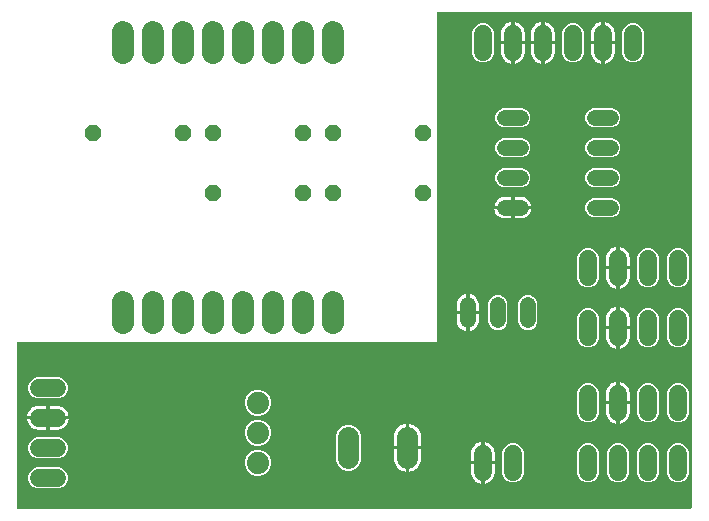
<source format=gbr>
G04 EAGLE Gerber X2 export*
%TF.Part,Single*%
%TF.FileFunction,Copper,L2,Bot,Mixed*%
%TF.FilePolarity,Positive*%
%TF.GenerationSoftware,Autodesk,EAGLE,9.1.0*%
%TF.CreationDate,2018-07-07T09:38:12Z*%
G75*
%MOMM*%
%FSLAX34Y34*%
%LPD*%
%AMOC8*
5,1,8,0,0,1.08239X$1,22.5*%
G01*
%ADD10C,1.524000*%
%ADD11C,1.790700*%
%ADD12C,1.828800*%
%ADD13P,1.429621X8X202.500000*%
%ADD14C,1.879600*%
%ADD15C,1.320800*%
%ADD16P,1.429621X8X22.500000*%

G36*
X582698Y11942D02*
X582698Y11942D01*
X582717Y11940D01*
X582819Y11962D01*
X582921Y11978D01*
X582938Y11988D01*
X582958Y11992D01*
X583047Y12045D01*
X583138Y12094D01*
X583152Y12108D01*
X583169Y12118D01*
X583236Y12197D01*
X583308Y12272D01*
X583316Y12290D01*
X583329Y12305D01*
X583368Y12401D01*
X583411Y12495D01*
X583413Y12515D01*
X583421Y12533D01*
X583439Y12700D01*
X583439Y431800D01*
X583436Y431820D01*
X583438Y431839D01*
X583416Y431941D01*
X583400Y432043D01*
X583390Y432060D01*
X583386Y432080D01*
X583333Y432169D01*
X583284Y432260D01*
X583270Y432274D01*
X583260Y432291D01*
X583181Y432358D01*
X583106Y432430D01*
X583088Y432438D01*
X583073Y432451D01*
X582977Y432490D01*
X582883Y432533D01*
X582863Y432535D01*
X582845Y432543D01*
X582678Y432561D01*
X368300Y432561D01*
X368280Y432558D01*
X368261Y432560D01*
X368159Y432538D01*
X368057Y432522D01*
X368040Y432512D01*
X368020Y432508D01*
X367931Y432455D01*
X367840Y432406D01*
X367826Y432392D01*
X367809Y432382D01*
X367742Y432303D01*
X367671Y432228D01*
X367662Y432210D01*
X367649Y432195D01*
X367610Y432099D01*
X367567Y432005D01*
X367565Y431985D01*
X367557Y431967D01*
X367539Y431800D01*
X367539Y153161D01*
X12700Y153161D01*
X12680Y153158D01*
X12661Y153160D01*
X12559Y153138D01*
X12457Y153122D01*
X12440Y153112D01*
X12420Y153108D01*
X12331Y153055D01*
X12240Y153006D01*
X12226Y152992D01*
X12209Y152982D01*
X12142Y152903D01*
X12071Y152828D01*
X12062Y152810D01*
X12049Y152795D01*
X12010Y152699D01*
X11967Y152605D01*
X11965Y152585D01*
X11957Y152567D01*
X11939Y152400D01*
X11939Y12700D01*
X11942Y12680D01*
X11940Y12661D01*
X11962Y12559D01*
X11979Y12457D01*
X11988Y12440D01*
X11992Y12420D01*
X12045Y12331D01*
X12094Y12240D01*
X12108Y12226D01*
X12118Y12209D01*
X12197Y12142D01*
X12272Y12071D01*
X12290Y12062D01*
X12305Y12049D01*
X12401Y12010D01*
X12495Y11967D01*
X12515Y11965D01*
X12533Y11957D01*
X12700Y11939D01*
X582678Y11939D01*
X582698Y11942D01*
G37*
%LPC*%
G36*
X290416Y44068D02*
X290416Y44068D01*
X286565Y45663D01*
X283617Y48611D01*
X282022Y52462D01*
X282022Y74538D01*
X283617Y78389D01*
X286565Y81337D01*
X290416Y82932D01*
X294584Y82932D01*
X298435Y81337D01*
X301383Y78389D01*
X302978Y74538D01*
X302978Y52462D01*
X301383Y48611D01*
X298435Y45663D01*
X294584Y44068D01*
X290416Y44068D01*
G37*
%LPD*%
%LPC*%
G36*
X429981Y34035D02*
X429981Y34035D01*
X426620Y35427D01*
X424047Y38000D01*
X422655Y41361D01*
X422655Y60239D01*
X424047Y63600D01*
X426620Y66173D01*
X429981Y67565D01*
X433619Y67565D01*
X436980Y66173D01*
X439553Y63600D01*
X440945Y60239D01*
X440945Y41361D01*
X439553Y38000D01*
X436980Y35427D01*
X433619Y34035D01*
X429981Y34035D01*
G37*
%LPD*%
%LPC*%
G36*
X493481Y148335D02*
X493481Y148335D01*
X490120Y149727D01*
X487547Y152300D01*
X486155Y155661D01*
X486155Y174539D01*
X487547Y177900D01*
X490120Y180473D01*
X493481Y181865D01*
X497119Y181865D01*
X500480Y180473D01*
X503053Y177900D01*
X504445Y174539D01*
X504445Y155661D01*
X503053Y152300D01*
X500480Y149727D01*
X497119Y148335D01*
X493481Y148335D01*
G37*
%LPD*%
%LPC*%
G36*
X544281Y148335D02*
X544281Y148335D01*
X540920Y149727D01*
X538347Y152300D01*
X536955Y155661D01*
X536955Y174539D01*
X538347Y177900D01*
X540920Y180473D01*
X544281Y181865D01*
X547919Y181865D01*
X551280Y180473D01*
X553853Y177900D01*
X555245Y174539D01*
X555245Y155661D01*
X553853Y152300D01*
X551280Y149727D01*
X547919Y148335D01*
X544281Y148335D01*
G37*
%LPD*%
%LPC*%
G36*
X493481Y34035D02*
X493481Y34035D01*
X490120Y35427D01*
X487547Y38000D01*
X486155Y41361D01*
X486155Y60239D01*
X487547Y63600D01*
X490120Y66173D01*
X493481Y67565D01*
X497119Y67565D01*
X500480Y66173D01*
X503053Y63600D01*
X504445Y60239D01*
X504445Y41361D01*
X503053Y38000D01*
X500480Y35427D01*
X497119Y34035D01*
X493481Y34035D01*
G37*
%LPD*%
%LPC*%
G36*
X518881Y34035D02*
X518881Y34035D01*
X515520Y35427D01*
X512947Y38000D01*
X511555Y41361D01*
X511555Y60239D01*
X512947Y63600D01*
X515520Y66173D01*
X518881Y67565D01*
X522519Y67565D01*
X525880Y66173D01*
X528453Y63600D01*
X529845Y60239D01*
X529845Y41361D01*
X528453Y38000D01*
X525880Y35427D01*
X522519Y34035D01*
X518881Y34035D01*
G37*
%LPD*%
%LPC*%
G36*
X569681Y148335D02*
X569681Y148335D01*
X566320Y149727D01*
X563747Y152300D01*
X562355Y155661D01*
X562355Y174539D01*
X563747Y177900D01*
X566320Y180473D01*
X569681Y181865D01*
X573319Y181865D01*
X576680Y180473D01*
X579253Y177900D01*
X580645Y174539D01*
X580645Y155661D01*
X579253Y152300D01*
X576680Y149727D01*
X573319Y148335D01*
X569681Y148335D01*
G37*
%LPD*%
%LPC*%
G36*
X531581Y389635D02*
X531581Y389635D01*
X528220Y391027D01*
X525647Y393600D01*
X524255Y396961D01*
X524255Y415839D01*
X525647Y419200D01*
X528220Y421773D01*
X531581Y423165D01*
X535219Y423165D01*
X538580Y421773D01*
X541153Y419200D01*
X542545Y415839D01*
X542545Y396961D01*
X541153Y393600D01*
X538580Y391027D01*
X535219Y389635D01*
X531581Y389635D01*
G37*
%LPD*%
%LPC*%
G36*
X480781Y389635D02*
X480781Y389635D01*
X477420Y391027D01*
X474847Y393600D01*
X473455Y396961D01*
X473455Y415839D01*
X474847Y419200D01*
X477420Y421773D01*
X480781Y423165D01*
X484419Y423165D01*
X487780Y421773D01*
X490353Y419200D01*
X491745Y415839D01*
X491745Y396961D01*
X490353Y393600D01*
X487780Y391027D01*
X484419Y389635D01*
X480781Y389635D01*
G37*
%LPD*%
%LPC*%
G36*
X404581Y389635D02*
X404581Y389635D01*
X401220Y391027D01*
X398647Y393600D01*
X397255Y396961D01*
X397255Y415839D01*
X398647Y419200D01*
X401220Y421773D01*
X404581Y423165D01*
X408219Y423165D01*
X411580Y421773D01*
X414153Y419200D01*
X415545Y415839D01*
X415545Y396961D01*
X414153Y393600D01*
X411580Y391027D01*
X408219Y389635D01*
X404581Y389635D01*
G37*
%LPD*%
%LPC*%
G36*
X569681Y34035D02*
X569681Y34035D01*
X566320Y35427D01*
X563747Y38000D01*
X562355Y41361D01*
X562355Y60239D01*
X563747Y63600D01*
X566320Y66173D01*
X569681Y67565D01*
X573319Y67565D01*
X576680Y66173D01*
X579253Y63600D01*
X580645Y60239D01*
X580645Y41361D01*
X579253Y38000D01*
X576680Y35427D01*
X573319Y34035D01*
X569681Y34035D01*
G37*
%LPD*%
%LPC*%
G36*
X28661Y28955D02*
X28661Y28955D01*
X25300Y30347D01*
X22727Y32920D01*
X21335Y36281D01*
X21335Y39919D01*
X22727Y43280D01*
X25300Y45853D01*
X28661Y47245D01*
X47539Y47245D01*
X50900Y45853D01*
X53473Y43280D01*
X54865Y39919D01*
X54865Y36281D01*
X53473Y32920D01*
X50900Y30347D01*
X47539Y28955D01*
X28661Y28955D01*
G37*
%LPD*%
%LPC*%
G36*
X28661Y54355D02*
X28661Y54355D01*
X25300Y55747D01*
X22727Y58320D01*
X21335Y61681D01*
X21335Y65319D01*
X22727Y68680D01*
X25300Y71253D01*
X28661Y72645D01*
X47539Y72645D01*
X50900Y71253D01*
X53473Y68680D01*
X54865Y65319D01*
X54865Y61681D01*
X53473Y58320D01*
X50900Y55747D01*
X47539Y54355D01*
X28661Y54355D01*
G37*
%LPD*%
%LPC*%
G36*
X544281Y34035D02*
X544281Y34035D01*
X540920Y35427D01*
X538347Y38000D01*
X536955Y41361D01*
X536955Y60239D01*
X538347Y63600D01*
X540920Y66173D01*
X544281Y67565D01*
X547919Y67565D01*
X551280Y66173D01*
X553853Y63600D01*
X555245Y60239D01*
X555245Y41361D01*
X553853Y38000D01*
X551280Y35427D01*
X547919Y34035D01*
X544281Y34035D01*
G37*
%LPD*%
%LPC*%
G36*
X493481Y84835D02*
X493481Y84835D01*
X490120Y86227D01*
X487547Y88800D01*
X486155Y92161D01*
X486155Y111039D01*
X487547Y114400D01*
X490120Y116973D01*
X493481Y118365D01*
X497119Y118365D01*
X500480Y116973D01*
X503053Y114400D01*
X504445Y111039D01*
X504445Y92161D01*
X503053Y88800D01*
X500480Y86227D01*
X497119Y84835D01*
X493481Y84835D01*
G37*
%LPD*%
%LPC*%
G36*
X569681Y199135D02*
X569681Y199135D01*
X566320Y200527D01*
X563747Y203100D01*
X562355Y206461D01*
X562355Y225339D01*
X563747Y228700D01*
X566320Y231273D01*
X569681Y232665D01*
X573319Y232665D01*
X576680Y231273D01*
X579253Y228700D01*
X580645Y225339D01*
X580645Y206461D01*
X579253Y203100D01*
X576680Y200527D01*
X573319Y199135D01*
X569681Y199135D01*
G37*
%LPD*%
%LPC*%
G36*
X544281Y199135D02*
X544281Y199135D01*
X540920Y200527D01*
X538347Y203100D01*
X536955Y206461D01*
X536955Y225339D01*
X538347Y228700D01*
X540920Y231273D01*
X544281Y232665D01*
X547919Y232665D01*
X551280Y231273D01*
X553853Y228700D01*
X555245Y225339D01*
X555245Y206461D01*
X553853Y203100D01*
X551280Y200527D01*
X547919Y199135D01*
X544281Y199135D01*
G37*
%LPD*%
%LPC*%
G36*
X493481Y199135D02*
X493481Y199135D01*
X490120Y200527D01*
X487547Y203100D01*
X486155Y206461D01*
X486155Y225339D01*
X487547Y228700D01*
X490120Y231273D01*
X493481Y232665D01*
X497119Y232665D01*
X500480Y231273D01*
X503053Y228700D01*
X504445Y225339D01*
X504445Y206461D01*
X503053Y203100D01*
X500480Y200527D01*
X497119Y199135D01*
X493481Y199135D01*
G37*
%LPD*%
%LPC*%
G36*
X544281Y84835D02*
X544281Y84835D01*
X540920Y86227D01*
X538347Y88800D01*
X536955Y92161D01*
X536955Y111039D01*
X538347Y114400D01*
X540920Y116973D01*
X544281Y118365D01*
X547919Y118365D01*
X551280Y116973D01*
X553853Y114400D01*
X555245Y111039D01*
X555245Y92161D01*
X553853Y88800D01*
X551280Y86227D01*
X547919Y84835D01*
X544281Y84835D01*
G37*
%LPD*%
%LPC*%
G36*
X569681Y84835D02*
X569681Y84835D01*
X566320Y86227D01*
X563747Y88800D01*
X562355Y92161D01*
X562355Y111039D01*
X563747Y114400D01*
X566320Y116973D01*
X569681Y118365D01*
X573319Y118365D01*
X576680Y116973D01*
X579253Y114400D01*
X580645Y111039D01*
X580645Y92161D01*
X579253Y88800D01*
X576680Y86227D01*
X573319Y84835D01*
X569681Y84835D01*
G37*
%LPD*%
%LPC*%
G36*
X28661Y105155D02*
X28661Y105155D01*
X25300Y106547D01*
X22727Y109120D01*
X21335Y112481D01*
X21335Y116119D01*
X22727Y119480D01*
X25300Y122053D01*
X28661Y123445D01*
X47539Y123445D01*
X50900Y122053D01*
X53473Y119480D01*
X54865Y116119D01*
X54865Y112481D01*
X53473Y109120D01*
X50900Y106547D01*
X47539Y105155D01*
X28661Y105155D01*
G37*
%LPD*%
%LPC*%
G36*
X423579Y283971D02*
X423579Y283971D01*
X420591Y285209D01*
X418305Y287495D01*
X417067Y290483D01*
X417067Y293717D01*
X418305Y296705D01*
X420591Y298991D01*
X423579Y300229D01*
X440021Y300229D01*
X443009Y298991D01*
X445295Y296705D01*
X446533Y293717D01*
X446533Y290483D01*
X445295Y287495D01*
X443009Y285209D01*
X440021Y283971D01*
X423579Y283971D01*
G37*
%LPD*%
%LPC*%
G36*
X499779Y258571D02*
X499779Y258571D01*
X496791Y259809D01*
X494505Y262095D01*
X493267Y265083D01*
X493267Y268317D01*
X494505Y271305D01*
X496791Y273591D01*
X499779Y274829D01*
X516221Y274829D01*
X519209Y273591D01*
X521495Y271305D01*
X522733Y268317D01*
X522733Y265083D01*
X521495Y262095D01*
X519209Y259809D01*
X516221Y258571D01*
X499779Y258571D01*
G37*
%LPD*%
%LPC*%
G36*
X442883Y163067D02*
X442883Y163067D01*
X439895Y164305D01*
X437609Y166591D01*
X436371Y169579D01*
X436371Y186021D01*
X437609Y189009D01*
X439895Y191295D01*
X442883Y192533D01*
X446117Y192533D01*
X449105Y191295D01*
X451391Y189009D01*
X452629Y186021D01*
X452629Y169579D01*
X451391Y166591D01*
X449105Y164305D01*
X446117Y163067D01*
X442883Y163067D01*
G37*
%LPD*%
%LPC*%
G36*
X417483Y163067D02*
X417483Y163067D01*
X414495Y164305D01*
X412209Y166591D01*
X410971Y169579D01*
X410971Y186021D01*
X412209Y189009D01*
X414495Y191295D01*
X417483Y192533D01*
X420717Y192533D01*
X423705Y191295D01*
X425991Y189009D01*
X427229Y186021D01*
X427229Y169579D01*
X425991Y166591D01*
X423705Y164305D01*
X420717Y163067D01*
X417483Y163067D01*
G37*
%LPD*%
%LPC*%
G36*
X423579Y309371D02*
X423579Y309371D01*
X420591Y310609D01*
X418305Y312895D01*
X417067Y315883D01*
X417067Y319117D01*
X418305Y322105D01*
X420591Y324391D01*
X423579Y325629D01*
X440021Y325629D01*
X443009Y324391D01*
X445295Y322105D01*
X446533Y319117D01*
X446533Y315883D01*
X445295Y312895D01*
X443009Y310609D01*
X440021Y309371D01*
X423579Y309371D01*
G37*
%LPD*%
%LPC*%
G36*
X499779Y334771D02*
X499779Y334771D01*
X496791Y336009D01*
X494505Y338295D01*
X493267Y341283D01*
X493267Y344517D01*
X494505Y347505D01*
X496791Y349791D01*
X499779Y351029D01*
X516221Y351029D01*
X519209Y349791D01*
X521495Y347505D01*
X522733Y344517D01*
X522733Y341283D01*
X521495Y338295D01*
X519209Y336009D01*
X516221Y334771D01*
X499779Y334771D01*
G37*
%LPD*%
%LPC*%
G36*
X423579Y334771D02*
X423579Y334771D01*
X420591Y336009D01*
X418305Y338295D01*
X417067Y341283D01*
X417067Y344517D01*
X418305Y347505D01*
X420591Y349791D01*
X423579Y351029D01*
X440021Y351029D01*
X443009Y349791D01*
X445295Y347505D01*
X446533Y344517D01*
X446533Y341283D01*
X445295Y338295D01*
X443009Y336009D01*
X440021Y334771D01*
X423579Y334771D01*
G37*
%LPD*%
%LPC*%
G36*
X499779Y309371D02*
X499779Y309371D01*
X496791Y310609D01*
X494505Y312895D01*
X493267Y315883D01*
X493267Y319117D01*
X494505Y322105D01*
X496791Y324391D01*
X499779Y325629D01*
X516221Y325629D01*
X519209Y324391D01*
X521495Y322105D01*
X522733Y319117D01*
X522733Y315883D01*
X521495Y312895D01*
X519209Y310609D01*
X516221Y309371D01*
X499779Y309371D01*
G37*
%LPD*%
%LPC*%
G36*
X499779Y283971D02*
X499779Y283971D01*
X496791Y285209D01*
X494505Y287495D01*
X493267Y290483D01*
X493267Y293717D01*
X494505Y296705D01*
X496791Y298991D01*
X499779Y300229D01*
X516221Y300229D01*
X519209Y298991D01*
X521495Y296705D01*
X522733Y293717D01*
X522733Y290483D01*
X521495Y287495D01*
X519209Y285209D01*
X516221Y283971D01*
X499779Y283971D01*
G37*
%LPD*%
%LPC*%
G36*
X213727Y39877D02*
X213727Y39877D01*
X209713Y41540D01*
X206640Y44613D01*
X204977Y48627D01*
X204977Y52973D01*
X206640Y56987D01*
X209713Y60060D01*
X213727Y61723D01*
X218073Y61723D01*
X222087Y60060D01*
X225160Y56987D01*
X226823Y52973D01*
X226823Y48627D01*
X225160Y44613D01*
X222087Y41540D01*
X218073Y39877D01*
X213727Y39877D01*
G37*
%LPD*%
%LPC*%
G36*
X213727Y65277D02*
X213727Y65277D01*
X209713Y66940D01*
X206640Y70013D01*
X204977Y74027D01*
X204977Y78373D01*
X206640Y82387D01*
X209713Y85460D01*
X213727Y87123D01*
X218073Y87123D01*
X222087Y85460D01*
X225160Y82387D01*
X226823Y78373D01*
X226823Y74027D01*
X225160Y70013D01*
X222087Y66940D01*
X218073Y65277D01*
X213727Y65277D01*
G37*
%LPD*%
%LPC*%
G36*
X213727Y90677D02*
X213727Y90677D01*
X209713Y92340D01*
X206640Y95413D01*
X204977Y99427D01*
X204977Y103773D01*
X206640Y107787D01*
X209713Y110860D01*
X213727Y112523D01*
X218073Y112523D01*
X222087Y110860D01*
X225160Y107787D01*
X226823Y103773D01*
X226823Y99427D01*
X225160Y95413D01*
X222087Y92340D01*
X218073Y90677D01*
X213727Y90677D01*
G37*
%LPD*%
%LPC*%
G36*
X344023Y65023D02*
X344023Y65023D01*
X344023Y83850D01*
X345192Y83665D01*
X346912Y83106D01*
X348524Y82284D01*
X349988Y81221D01*
X351267Y79942D01*
X352331Y78478D01*
X353152Y76866D01*
X353711Y75145D01*
X353994Y73358D01*
X353994Y65023D01*
X344023Y65023D01*
G37*
%LPD*%
%LPC*%
G36*
X344023Y61977D02*
X344023Y61977D01*
X353994Y61977D01*
X353994Y53642D01*
X353711Y51855D01*
X353152Y50134D01*
X352331Y48522D01*
X351267Y47058D01*
X349988Y45779D01*
X348524Y44716D01*
X346912Y43894D01*
X345192Y43335D01*
X344023Y43150D01*
X344023Y61977D01*
G37*
%LPD*%
%LPC*%
G36*
X331006Y65023D02*
X331006Y65023D01*
X331006Y73358D01*
X331289Y75145D01*
X331848Y76866D01*
X332669Y78478D01*
X333733Y79942D01*
X335012Y81221D01*
X336476Y82284D01*
X338088Y83106D01*
X339808Y83665D01*
X340977Y83850D01*
X340977Y65023D01*
X331006Y65023D01*
G37*
%LPD*%
%LPC*%
G36*
X339808Y43335D02*
X339808Y43335D01*
X338088Y43894D01*
X336476Y44716D01*
X335012Y45779D01*
X333733Y47058D01*
X332669Y48522D01*
X331848Y50134D01*
X331289Y51855D01*
X331006Y53642D01*
X331006Y61977D01*
X340977Y61977D01*
X340977Y43150D01*
X339808Y43335D01*
G37*
%LPD*%
%LPC*%
G36*
X433323Y407923D02*
X433323Y407923D01*
X433323Y424066D01*
X434179Y423931D01*
X435700Y423436D01*
X437125Y422710D01*
X438419Y421770D01*
X439550Y420639D01*
X440490Y419345D01*
X441216Y417920D01*
X441711Y416399D01*
X441961Y414820D01*
X441961Y407923D01*
X433323Y407923D01*
G37*
%LPD*%
%LPC*%
G36*
X458723Y407923D02*
X458723Y407923D01*
X458723Y424066D01*
X459579Y423931D01*
X461100Y423436D01*
X462525Y422710D01*
X463819Y421770D01*
X464950Y420639D01*
X465890Y419345D01*
X466616Y417920D01*
X467111Y416399D01*
X467361Y414820D01*
X467361Y407923D01*
X458723Y407923D01*
G37*
%LPD*%
%LPC*%
G36*
X509523Y407923D02*
X509523Y407923D01*
X509523Y424066D01*
X510379Y423931D01*
X511900Y423436D01*
X513325Y422710D01*
X514619Y421770D01*
X515750Y420639D01*
X516690Y419345D01*
X517416Y417920D01*
X517911Y416399D01*
X518161Y414820D01*
X518161Y407923D01*
X509523Y407923D01*
G37*
%LPD*%
%LPC*%
G36*
X522223Y166623D02*
X522223Y166623D01*
X522223Y182766D01*
X523079Y182631D01*
X524600Y182136D01*
X526025Y181410D01*
X527319Y180470D01*
X528450Y179339D01*
X529390Y178045D01*
X530116Y176620D01*
X530611Y175099D01*
X530861Y173520D01*
X530861Y166623D01*
X522223Y166623D01*
G37*
%LPD*%
%LPC*%
G36*
X407923Y52323D02*
X407923Y52323D01*
X407923Y68466D01*
X408779Y68331D01*
X410300Y67836D01*
X411725Y67110D01*
X413019Y66170D01*
X414150Y65039D01*
X415090Y63745D01*
X415816Y62320D01*
X416311Y60799D01*
X416561Y59220D01*
X416561Y52323D01*
X407923Y52323D01*
G37*
%LPD*%
%LPC*%
G36*
X522223Y217423D02*
X522223Y217423D01*
X522223Y233566D01*
X523079Y233431D01*
X524600Y232936D01*
X526025Y232210D01*
X527319Y231270D01*
X528450Y230139D01*
X529390Y228845D01*
X530116Y227420D01*
X530611Y225899D01*
X530861Y224320D01*
X530861Y217423D01*
X522223Y217423D01*
G37*
%LPD*%
%LPC*%
G36*
X522223Y103123D02*
X522223Y103123D01*
X522223Y119266D01*
X523079Y119131D01*
X524600Y118636D01*
X526025Y117910D01*
X527319Y116970D01*
X528450Y115839D01*
X529390Y114545D01*
X530116Y113120D01*
X530611Y111599D01*
X530861Y110020D01*
X530861Y103123D01*
X522223Y103123D01*
G37*
%LPD*%
%LPC*%
G36*
X39623Y90423D02*
X39623Y90423D01*
X39623Y99061D01*
X46520Y99061D01*
X48099Y98811D01*
X49620Y98316D01*
X51045Y97590D01*
X52339Y96650D01*
X53470Y95519D01*
X54410Y94225D01*
X55136Y92800D01*
X55631Y91279D01*
X55766Y90423D01*
X39623Y90423D01*
G37*
%LPD*%
%LPC*%
G36*
X20434Y90423D02*
X20434Y90423D01*
X20569Y91279D01*
X21064Y92800D01*
X21790Y94225D01*
X22730Y95519D01*
X23861Y96650D01*
X25155Y97590D01*
X26580Y98316D01*
X28101Y98811D01*
X29680Y99061D01*
X36577Y99061D01*
X36577Y90423D01*
X20434Y90423D01*
G37*
%LPD*%
%LPC*%
G36*
X509523Y404877D02*
X509523Y404877D01*
X518161Y404877D01*
X518161Y397980D01*
X517911Y396401D01*
X517416Y394880D01*
X516690Y393455D01*
X515750Y392161D01*
X514619Y391030D01*
X513325Y390090D01*
X511900Y389364D01*
X510379Y388869D01*
X509523Y388734D01*
X509523Y404877D01*
G37*
%LPD*%
%LPC*%
G36*
X458723Y404877D02*
X458723Y404877D01*
X467361Y404877D01*
X467361Y397980D01*
X467111Y396401D01*
X466616Y394880D01*
X465890Y393455D01*
X464950Y392161D01*
X463819Y391030D01*
X462525Y390090D01*
X461100Y389364D01*
X459579Y388869D01*
X458723Y388734D01*
X458723Y404877D01*
G37*
%LPD*%
%LPC*%
G36*
X433323Y404877D02*
X433323Y404877D01*
X441961Y404877D01*
X441961Y397980D01*
X441711Y396401D01*
X441216Y394880D01*
X440490Y393455D01*
X439550Y392161D01*
X438419Y391030D01*
X437125Y390090D01*
X435700Y389364D01*
X434179Y388869D01*
X433323Y388734D01*
X433323Y404877D01*
G37*
%LPD*%
%LPC*%
G36*
X522223Y163577D02*
X522223Y163577D01*
X530861Y163577D01*
X530861Y156680D01*
X530611Y155101D01*
X530116Y153580D01*
X529390Y152155D01*
X528450Y150861D01*
X527319Y149730D01*
X526025Y148790D01*
X524600Y148064D01*
X523079Y147569D01*
X522223Y147434D01*
X522223Y163577D01*
G37*
%LPD*%
%LPC*%
G36*
X522223Y214377D02*
X522223Y214377D01*
X530861Y214377D01*
X530861Y207480D01*
X530611Y205901D01*
X530116Y204380D01*
X529390Y202955D01*
X528450Y201661D01*
X527319Y200530D01*
X526025Y199590D01*
X524600Y198864D01*
X523079Y198369D01*
X522223Y198234D01*
X522223Y214377D01*
G37*
%LPD*%
%LPC*%
G36*
X522223Y100077D02*
X522223Y100077D01*
X530861Y100077D01*
X530861Y93180D01*
X530611Y91601D01*
X530116Y90080D01*
X529390Y88655D01*
X528450Y87361D01*
X527319Y86230D01*
X526025Y85290D01*
X524600Y84564D01*
X523079Y84069D01*
X522223Y83934D01*
X522223Y100077D01*
G37*
%LPD*%
%LPC*%
G36*
X407923Y49277D02*
X407923Y49277D01*
X416561Y49277D01*
X416561Y42380D01*
X416311Y40801D01*
X415816Y39280D01*
X415090Y37855D01*
X414150Y36561D01*
X413019Y35430D01*
X411725Y34490D01*
X410300Y33764D01*
X408779Y33269D01*
X407923Y33134D01*
X407923Y49277D01*
G37*
%LPD*%
%LPC*%
G36*
X421639Y407923D02*
X421639Y407923D01*
X421639Y414820D01*
X421889Y416399D01*
X422384Y417920D01*
X423110Y419345D01*
X424050Y420639D01*
X425181Y421770D01*
X426475Y422710D01*
X427900Y423436D01*
X429421Y423931D01*
X430277Y424066D01*
X430277Y407923D01*
X421639Y407923D01*
G37*
%LPD*%
%LPC*%
G36*
X497839Y407923D02*
X497839Y407923D01*
X497839Y414820D01*
X498089Y416399D01*
X498584Y417920D01*
X499310Y419345D01*
X500250Y420639D01*
X501381Y421770D01*
X502675Y422710D01*
X504100Y423436D01*
X505621Y423931D01*
X506477Y424066D01*
X506477Y407923D01*
X497839Y407923D01*
G37*
%LPD*%
%LPC*%
G36*
X447039Y407923D02*
X447039Y407923D01*
X447039Y414820D01*
X447289Y416399D01*
X447784Y417920D01*
X448510Y419345D01*
X449450Y420639D01*
X450581Y421770D01*
X451875Y422710D01*
X453300Y423436D01*
X454821Y423931D01*
X455677Y424066D01*
X455677Y407923D01*
X447039Y407923D01*
G37*
%LPD*%
%LPC*%
G36*
X510539Y166623D02*
X510539Y166623D01*
X510539Y173520D01*
X510789Y175099D01*
X511284Y176620D01*
X512010Y178045D01*
X512950Y179339D01*
X514081Y180470D01*
X515375Y181410D01*
X516800Y182136D01*
X518321Y182631D01*
X519177Y182766D01*
X519177Y166623D01*
X510539Y166623D01*
G37*
%LPD*%
%LPC*%
G36*
X396239Y52323D02*
X396239Y52323D01*
X396239Y59220D01*
X396489Y60799D01*
X396984Y62320D01*
X397710Y63745D01*
X398650Y65039D01*
X399781Y66170D01*
X401075Y67110D01*
X402500Y67836D01*
X404021Y68331D01*
X404877Y68466D01*
X404877Y52323D01*
X396239Y52323D01*
G37*
%LPD*%
%LPC*%
G36*
X510539Y103123D02*
X510539Y103123D01*
X510539Y110020D01*
X510789Y111599D01*
X511284Y113120D01*
X512010Y114545D01*
X512950Y115839D01*
X514081Y116970D01*
X515375Y117910D01*
X516800Y118636D01*
X518321Y119131D01*
X519177Y119266D01*
X519177Y103123D01*
X510539Y103123D01*
G37*
%LPD*%
%LPC*%
G36*
X510539Y217423D02*
X510539Y217423D01*
X510539Y224320D01*
X510789Y225899D01*
X511284Y227420D01*
X512010Y228845D01*
X512950Y230139D01*
X514081Y231270D01*
X515375Y232210D01*
X516800Y232936D01*
X518321Y233431D01*
X519177Y233566D01*
X519177Y217423D01*
X510539Y217423D01*
G37*
%LPD*%
%LPC*%
G36*
X39623Y78739D02*
X39623Y78739D01*
X39623Y87377D01*
X55766Y87377D01*
X55631Y86521D01*
X55136Y85000D01*
X54410Y83575D01*
X53470Y82281D01*
X52339Y81150D01*
X51045Y80210D01*
X49620Y79484D01*
X48099Y78989D01*
X46520Y78739D01*
X39623Y78739D01*
G37*
%LPD*%
%LPC*%
G36*
X518321Y84069D02*
X518321Y84069D01*
X516800Y84564D01*
X515375Y85290D01*
X514081Y86230D01*
X512950Y87361D01*
X512010Y88655D01*
X511284Y90080D01*
X510789Y91601D01*
X510539Y93180D01*
X510539Y100077D01*
X519177Y100077D01*
X519177Y83934D01*
X518321Y84069D01*
G37*
%LPD*%
%LPC*%
G36*
X518321Y198369D02*
X518321Y198369D01*
X516800Y198864D01*
X515375Y199590D01*
X514081Y200530D01*
X512950Y201661D01*
X512010Y202955D01*
X511284Y204380D01*
X510789Y205901D01*
X510539Y207480D01*
X510539Y214377D01*
X519177Y214377D01*
X519177Y198234D01*
X518321Y198369D01*
G37*
%LPD*%
%LPC*%
G36*
X518321Y147569D02*
X518321Y147569D01*
X516800Y148064D01*
X515375Y148790D01*
X514081Y149730D01*
X512950Y150861D01*
X512010Y152155D01*
X511284Y153580D01*
X510789Y155101D01*
X510539Y156680D01*
X510539Y163577D01*
X519177Y163577D01*
X519177Y147434D01*
X518321Y147569D01*
G37*
%LPD*%
%LPC*%
G36*
X429421Y388869D02*
X429421Y388869D01*
X427900Y389364D01*
X426475Y390090D01*
X425181Y391030D01*
X424050Y392161D01*
X423110Y393455D01*
X422384Y394880D01*
X421889Y396401D01*
X421639Y397980D01*
X421639Y404877D01*
X430277Y404877D01*
X430277Y388734D01*
X429421Y388869D01*
G37*
%LPD*%
%LPC*%
G36*
X454821Y388869D02*
X454821Y388869D01*
X453300Y389364D01*
X451875Y390090D01*
X450581Y391030D01*
X449450Y392161D01*
X448510Y393455D01*
X447784Y394880D01*
X447289Y396401D01*
X447039Y397980D01*
X447039Y404877D01*
X455677Y404877D01*
X455677Y388734D01*
X454821Y388869D01*
G37*
%LPD*%
%LPC*%
G36*
X505621Y388869D02*
X505621Y388869D01*
X504100Y389364D01*
X502675Y390090D01*
X501381Y391030D01*
X500250Y392161D01*
X499310Y393455D01*
X498584Y394880D01*
X498089Y396401D01*
X497839Y397980D01*
X497839Y404877D01*
X506477Y404877D01*
X506477Y388734D01*
X505621Y388869D01*
G37*
%LPD*%
%LPC*%
G36*
X404021Y33269D02*
X404021Y33269D01*
X402500Y33764D01*
X401075Y34490D01*
X399781Y35430D01*
X398650Y36561D01*
X397710Y37855D01*
X396984Y39280D01*
X396489Y40801D01*
X396239Y42380D01*
X396239Y49277D01*
X404877Y49277D01*
X404877Y33134D01*
X404021Y33269D01*
G37*
%LPD*%
%LPC*%
G36*
X29680Y78739D02*
X29680Y78739D01*
X28101Y78989D01*
X26580Y79484D01*
X25155Y80210D01*
X23861Y81150D01*
X22730Y82281D01*
X21790Y83575D01*
X21064Y85000D01*
X20569Y86521D01*
X20434Y87377D01*
X36577Y87377D01*
X36577Y78739D01*
X29680Y78739D01*
G37*
%LPD*%
%LPC*%
G36*
X395223Y179323D02*
X395223Y179323D01*
X395223Y193425D01*
X396367Y193197D01*
X398032Y192508D01*
X399530Y191507D01*
X400803Y190234D01*
X401804Y188736D01*
X402493Y187071D01*
X402845Y185305D01*
X402845Y179323D01*
X395223Y179323D01*
G37*
%LPD*%
%LPC*%
G36*
X433323Y268223D02*
X433323Y268223D01*
X433323Y275845D01*
X439305Y275845D01*
X441071Y275493D01*
X442736Y274804D01*
X444234Y273803D01*
X445507Y272530D01*
X446508Y271032D01*
X447197Y269367D01*
X447425Y268223D01*
X433323Y268223D01*
G37*
%LPD*%
%LPC*%
G36*
X395223Y176277D02*
X395223Y176277D01*
X402845Y176277D01*
X402845Y170295D01*
X402493Y168529D01*
X401804Y166864D01*
X400803Y165366D01*
X399530Y164093D01*
X398032Y163092D01*
X396367Y162403D01*
X395223Y162175D01*
X395223Y176277D01*
G37*
%LPD*%
%LPC*%
G36*
X416175Y268223D02*
X416175Y268223D01*
X416403Y269367D01*
X417092Y271032D01*
X418093Y272530D01*
X419366Y273803D01*
X420864Y274804D01*
X422529Y275493D01*
X424295Y275845D01*
X430277Y275845D01*
X430277Y268223D01*
X416175Y268223D01*
G37*
%LPD*%
%LPC*%
G36*
X433323Y257555D02*
X433323Y257555D01*
X433323Y265177D01*
X447425Y265177D01*
X447197Y264033D01*
X446508Y262368D01*
X445507Y260870D01*
X444234Y259597D01*
X442736Y258596D01*
X441071Y257907D01*
X439305Y257555D01*
X433323Y257555D01*
G37*
%LPD*%
%LPC*%
G36*
X384555Y179323D02*
X384555Y179323D01*
X384555Y185305D01*
X384907Y187071D01*
X385596Y188736D01*
X386597Y190234D01*
X387870Y191507D01*
X389368Y192508D01*
X391033Y193197D01*
X392177Y193425D01*
X392177Y179323D01*
X384555Y179323D01*
G37*
%LPD*%
%LPC*%
G36*
X391033Y162403D02*
X391033Y162403D01*
X389368Y163092D01*
X387870Y164093D01*
X386597Y165366D01*
X385596Y166864D01*
X384907Y168529D01*
X384555Y170295D01*
X384555Y176277D01*
X392177Y176277D01*
X392177Y162175D01*
X391033Y162403D01*
G37*
%LPD*%
%LPC*%
G36*
X424295Y257555D02*
X424295Y257555D01*
X422529Y257907D01*
X420864Y258596D01*
X419366Y259597D01*
X418093Y260870D01*
X417092Y262368D01*
X416403Y264033D01*
X416175Y265177D01*
X430277Y265177D01*
X430277Y257555D01*
X424295Y257555D01*
G37*
%LPD*%
%LPC*%
G36*
X520699Y215899D02*
X520699Y215899D01*
X520699Y215901D01*
X520701Y215901D01*
X520701Y215899D01*
X520699Y215899D01*
G37*
%LPD*%
%LPC*%
G36*
X520699Y165099D02*
X520699Y165099D01*
X520699Y165101D01*
X520701Y165101D01*
X520701Y165099D01*
X520699Y165099D01*
G37*
%LPD*%
%LPC*%
G36*
X393699Y177799D02*
X393699Y177799D01*
X393699Y177801D01*
X393701Y177801D01*
X393701Y177799D01*
X393699Y177799D01*
G37*
%LPD*%
%LPC*%
G36*
X431799Y406399D02*
X431799Y406399D01*
X431799Y406401D01*
X431801Y406401D01*
X431801Y406399D01*
X431799Y406399D01*
G37*
%LPD*%
%LPC*%
G36*
X431799Y266699D02*
X431799Y266699D01*
X431799Y266701D01*
X431801Y266701D01*
X431801Y266699D01*
X431799Y266699D01*
G37*
%LPD*%
%LPC*%
G36*
X457199Y406399D02*
X457199Y406399D01*
X457199Y406401D01*
X457201Y406401D01*
X457201Y406399D01*
X457199Y406399D01*
G37*
%LPD*%
%LPC*%
G36*
X342499Y63499D02*
X342499Y63499D01*
X342499Y63501D01*
X342501Y63501D01*
X342501Y63499D01*
X342499Y63499D01*
G37*
%LPD*%
%LPC*%
G36*
X507999Y406399D02*
X507999Y406399D01*
X507999Y406401D01*
X508001Y406401D01*
X508001Y406399D01*
X507999Y406399D01*
G37*
%LPD*%
%LPC*%
G36*
X406399Y50799D02*
X406399Y50799D01*
X406399Y50801D01*
X406401Y50801D01*
X406401Y50799D01*
X406399Y50799D01*
G37*
%LPD*%
%LPC*%
G36*
X520699Y101599D02*
X520699Y101599D01*
X520699Y101601D01*
X520701Y101601D01*
X520701Y101599D01*
X520699Y101599D01*
G37*
%LPD*%
%LPC*%
G36*
X38099Y88899D02*
X38099Y88899D01*
X38099Y88901D01*
X38101Y88901D01*
X38101Y88899D01*
X38099Y88899D01*
G37*
%LPD*%
D10*
X533400Y414020D02*
X533400Y398780D01*
X508000Y398780D02*
X508000Y414020D01*
X482600Y414020D02*
X482600Y398780D01*
X457200Y398780D02*
X457200Y414020D01*
X431800Y414020D02*
X431800Y398780D01*
X406400Y398780D02*
X406400Y414020D01*
D11*
X292500Y72454D02*
X292500Y54547D01*
X342500Y54547D02*
X342500Y72454D01*
D10*
X431800Y58420D02*
X431800Y43180D01*
X406400Y43180D02*
X406400Y58420D01*
D12*
X101600Y168656D02*
X101600Y186944D01*
X127000Y186944D02*
X127000Y168656D01*
X152400Y168656D02*
X152400Y186944D01*
X177800Y186944D02*
X177800Y168656D01*
X203200Y168656D02*
X203200Y186944D01*
X228600Y186944D02*
X228600Y168656D01*
X254000Y168656D02*
X254000Y186944D01*
X279400Y186944D02*
X279400Y168656D01*
X101600Y397256D02*
X101600Y415544D01*
X127000Y415544D02*
X127000Y397256D01*
X152400Y397256D02*
X152400Y415544D01*
X177800Y415544D02*
X177800Y397256D01*
X203200Y397256D02*
X203200Y415544D01*
X228600Y415544D02*
X228600Y397256D01*
X254000Y397256D02*
X254000Y415544D01*
X279400Y415544D02*
X279400Y397256D01*
D10*
X45720Y114300D02*
X30480Y114300D01*
X30480Y88900D02*
X45720Y88900D01*
X45720Y63500D02*
X30480Y63500D01*
X30480Y38100D02*
X45720Y38100D01*
X495300Y93980D02*
X495300Y109220D01*
X520700Y109220D02*
X520700Y93980D01*
X546100Y93980D02*
X546100Y109220D01*
X571500Y109220D02*
X571500Y93980D01*
X495300Y208280D02*
X495300Y223520D01*
X520700Y223520D02*
X520700Y208280D01*
X546100Y208280D02*
X546100Y223520D01*
X571500Y223520D02*
X571500Y208280D01*
D13*
X254000Y330200D03*
X177800Y330200D03*
X152400Y330200D03*
X76200Y330200D03*
D14*
X215900Y101600D03*
X215900Y76200D03*
X215900Y50800D03*
D10*
X495300Y157480D02*
X495300Y172720D01*
X520700Y172720D02*
X520700Y157480D01*
X546100Y157480D02*
X546100Y172720D01*
X571500Y172720D02*
X571500Y157480D01*
D15*
X438404Y342900D02*
X425196Y342900D01*
X425196Y317500D02*
X438404Y317500D01*
X438404Y292100D02*
X425196Y292100D01*
X425196Y266700D02*
X438404Y266700D01*
X501396Y266700D02*
X514604Y266700D01*
X514604Y292100D02*
X501396Y292100D01*
X501396Y317500D02*
X514604Y317500D01*
X514604Y342900D02*
X501396Y342900D01*
D16*
X279400Y330200D03*
X355600Y330200D03*
X279400Y279400D03*
X355600Y279400D03*
D10*
X495300Y58420D02*
X495300Y43180D01*
X520700Y43180D02*
X520700Y58420D01*
X546100Y58420D02*
X546100Y43180D01*
X571500Y43180D02*
X571500Y58420D01*
D15*
X444500Y171196D02*
X444500Y184404D01*
X393700Y184404D02*
X393700Y171196D01*
X419100Y171196D02*
X419100Y184404D01*
D13*
X254000Y279400D03*
X177800Y279400D03*
M02*

</source>
